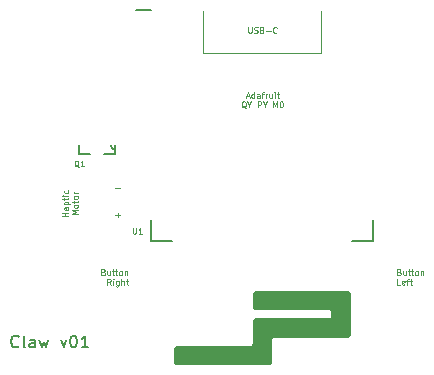
<source format=gbr>
%TF.GenerationSoftware,KiCad,Pcbnew,(6.0.9-0)*%
%TF.CreationDate,2022-12-16T11:10:40-08:00*%
%TF.ProjectId,trackball,74726163-6b62-4616-9c6c-2e6b69636164,v01*%
%TF.SameCoordinates,Original*%
%TF.FileFunction,Legend,Top*%
%TF.FilePolarity,Positive*%
%FSLAX46Y46*%
G04 Gerber Fmt 4.6, Leading zero omitted, Abs format (unit mm)*
G04 Created by KiCad (PCBNEW (6.0.9-0)) date 2022-12-16 11:10:40*
%MOMM*%
%LPD*%
G01*
G04 APERTURE LIST*
%ADD10C,0.100000*%
%ADD11C,0.150000*%
%ADD12C,0.200000*%
%ADD13C,0.120000*%
%ADD14C,0.152400*%
G04 APERTURE END LIST*
D10*
X143142857Y-129680833D02*
X143380952Y-129680833D01*
X143095238Y-129823690D02*
X143261904Y-129323690D01*
X143428571Y-129823690D01*
X143809523Y-129823690D02*
X143809523Y-129323690D01*
X143809523Y-129799880D02*
X143761904Y-129823690D01*
X143666666Y-129823690D01*
X143619047Y-129799880D01*
X143595238Y-129776071D01*
X143571428Y-129728452D01*
X143571428Y-129585595D01*
X143595238Y-129537976D01*
X143619047Y-129514166D01*
X143666666Y-129490357D01*
X143761904Y-129490357D01*
X143809523Y-129514166D01*
X144261904Y-129823690D02*
X144261904Y-129561785D01*
X144238095Y-129514166D01*
X144190476Y-129490357D01*
X144095238Y-129490357D01*
X144047619Y-129514166D01*
X144261904Y-129799880D02*
X144214285Y-129823690D01*
X144095238Y-129823690D01*
X144047619Y-129799880D01*
X144023809Y-129752261D01*
X144023809Y-129704642D01*
X144047619Y-129657023D01*
X144095238Y-129633214D01*
X144214285Y-129633214D01*
X144261904Y-129609404D01*
X144428571Y-129490357D02*
X144619047Y-129490357D01*
X144500000Y-129823690D02*
X144500000Y-129395119D01*
X144523809Y-129347500D01*
X144571428Y-129323690D01*
X144619047Y-129323690D01*
X144785714Y-129823690D02*
X144785714Y-129490357D01*
X144785714Y-129585595D02*
X144809523Y-129537976D01*
X144833333Y-129514166D01*
X144880952Y-129490357D01*
X144928571Y-129490357D01*
X145309523Y-129490357D02*
X145309523Y-129823690D01*
X145095238Y-129490357D02*
X145095238Y-129752261D01*
X145119047Y-129799880D01*
X145166666Y-129823690D01*
X145238095Y-129823690D01*
X145285714Y-129799880D01*
X145309523Y-129776071D01*
X145547619Y-129823690D02*
X145547619Y-129490357D01*
X145547619Y-129323690D02*
X145523809Y-129347500D01*
X145547619Y-129371309D01*
X145571428Y-129347500D01*
X145547619Y-129323690D01*
X145547619Y-129371309D01*
X145714285Y-129490357D02*
X145904761Y-129490357D01*
X145785714Y-129323690D02*
X145785714Y-129752261D01*
X145809523Y-129799880D01*
X145857142Y-129823690D01*
X145904761Y-129823690D01*
X143107142Y-130676309D02*
X143059523Y-130652500D01*
X143011904Y-130604880D01*
X142940476Y-130533452D01*
X142892857Y-130509642D01*
X142845238Y-130509642D01*
X142869047Y-130628690D02*
X142821428Y-130604880D01*
X142773809Y-130557261D01*
X142750000Y-130462023D01*
X142750000Y-130295357D01*
X142773809Y-130200119D01*
X142821428Y-130152500D01*
X142869047Y-130128690D01*
X142964285Y-130128690D01*
X143011904Y-130152500D01*
X143059523Y-130200119D01*
X143083333Y-130295357D01*
X143083333Y-130462023D01*
X143059523Y-130557261D01*
X143011904Y-130604880D01*
X142964285Y-130628690D01*
X142869047Y-130628690D01*
X143392857Y-130390595D02*
X143392857Y-130628690D01*
X143226190Y-130128690D02*
X143392857Y-130390595D01*
X143559523Y-130128690D01*
X144107142Y-130628690D02*
X144107142Y-130128690D01*
X144297619Y-130128690D01*
X144345238Y-130152500D01*
X144369047Y-130176309D01*
X144392857Y-130223928D01*
X144392857Y-130295357D01*
X144369047Y-130342976D01*
X144345238Y-130366785D01*
X144297619Y-130390595D01*
X144107142Y-130390595D01*
X144702380Y-130390595D02*
X144702380Y-130628690D01*
X144535714Y-130128690D02*
X144702380Y-130390595D01*
X144869047Y-130128690D01*
X145416666Y-130628690D02*
X145416666Y-130128690D01*
X145583333Y-130485833D01*
X145750000Y-130128690D01*
X145750000Y-130628690D01*
X146083333Y-130128690D02*
X146130952Y-130128690D01*
X146178571Y-130152500D01*
X146202380Y-130176309D01*
X146226190Y-130223928D01*
X146250000Y-130319166D01*
X146250000Y-130438214D01*
X146226190Y-130533452D01*
X146202380Y-130581071D01*
X146178571Y-130604880D01*
X146130952Y-130628690D01*
X146083333Y-130628690D01*
X146035714Y-130604880D01*
X146011904Y-130581071D01*
X145988095Y-130533452D01*
X145964285Y-130438214D01*
X145964285Y-130319166D01*
X145988095Y-130223928D01*
X146011904Y-130176309D01*
X146035714Y-130152500D01*
X146083333Y-130128690D01*
X131042142Y-144561785D02*
X131113571Y-144585595D01*
X131137380Y-144609404D01*
X131161190Y-144657023D01*
X131161190Y-144728452D01*
X131137380Y-144776071D01*
X131113571Y-144799880D01*
X131065952Y-144823690D01*
X130875476Y-144823690D01*
X130875476Y-144323690D01*
X131042142Y-144323690D01*
X131089761Y-144347500D01*
X131113571Y-144371309D01*
X131137380Y-144418928D01*
X131137380Y-144466547D01*
X131113571Y-144514166D01*
X131089761Y-144537976D01*
X131042142Y-144561785D01*
X130875476Y-144561785D01*
X131589761Y-144490357D02*
X131589761Y-144823690D01*
X131375476Y-144490357D02*
X131375476Y-144752261D01*
X131399285Y-144799880D01*
X131446904Y-144823690D01*
X131518333Y-144823690D01*
X131565952Y-144799880D01*
X131589761Y-144776071D01*
X131756428Y-144490357D02*
X131946904Y-144490357D01*
X131827857Y-144323690D02*
X131827857Y-144752261D01*
X131851666Y-144799880D01*
X131899285Y-144823690D01*
X131946904Y-144823690D01*
X132042142Y-144490357D02*
X132232619Y-144490357D01*
X132113571Y-144323690D02*
X132113571Y-144752261D01*
X132137380Y-144799880D01*
X132185000Y-144823690D01*
X132232619Y-144823690D01*
X132470714Y-144823690D02*
X132423095Y-144799880D01*
X132399285Y-144776071D01*
X132375476Y-144728452D01*
X132375476Y-144585595D01*
X132399285Y-144537976D01*
X132423095Y-144514166D01*
X132470714Y-144490357D01*
X132542142Y-144490357D01*
X132589761Y-144514166D01*
X132613571Y-144537976D01*
X132637380Y-144585595D01*
X132637380Y-144728452D01*
X132613571Y-144776071D01*
X132589761Y-144799880D01*
X132542142Y-144823690D01*
X132470714Y-144823690D01*
X132851666Y-144490357D02*
X132851666Y-144823690D01*
X132851666Y-144537976D02*
X132875476Y-144514166D01*
X132923095Y-144490357D01*
X132994523Y-144490357D01*
X133042142Y-144514166D01*
X133065952Y-144561785D01*
X133065952Y-144823690D01*
X131661190Y-145628690D02*
X131494523Y-145390595D01*
X131375476Y-145628690D02*
X131375476Y-145128690D01*
X131565952Y-145128690D01*
X131613571Y-145152500D01*
X131637380Y-145176309D01*
X131661190Y-145223928D01*
X131661190Y-145295357D01*
X131637380Y-145342976D01*
X131613571Y-145366785D01*
X131565952Y-145390595D01*
X131375476Y-145390595D01*
X131875476Y-145628690D02*
X131875476Y-145295357D01*
X131875476Y-145128690D02*
X131851666Y-145152500D01*
X131875476Y-145176309D01*
X131899285Y-145152500D01*
X131875476Y-145128690D01*
X131875476Y-145176309D01*
X132327857Y-145295357D02*
X132327857Y-145700119D01*
X132304047Y-145747738D01*
X132280238Y-145771547D01*
X132232619Y-145795357D01*
X132161190Y-145795357D01*
X132113571Y-145771547D01*
X132327857Y-145604880D02*
X132280238Y-145628690D01*
X132185000Y-145628690D01*
X132137380Y-145604880D01*
X132113571Y-145581071D01*
X132089761Y-145533452D01*
X132089761Y-145390595D01*
X132113571Y-145342976D01*
X132137380Y-145319166D01*
X132185000Y-145295357D01*
X132280238Y-145295357D01*
X132327857Y-145319166D01*
X132565952Y-145628690D02*
X132565952Y-145128690D01*
X132780238Y-145628690D02*
X132780238Y-145366785D01*
X132756428Y-145319166D01*
X132708809Y-145295357D01*
X132637380Y-145295357D01*
X132589761Y-145319166D01*
X132565952Y-145342976D01*
X132946904Y-145295357D02*
X133137380Y-145295357D01*
X133018333Y-145128690D02*
X133018333Y-145557261D01*
X133042142Y-145604880D01*
X133089761Y-145628690D01*
X133137380Y-145628690D01*
X156100714Y-144561785D02*
X156172142Y-144585595D01*
X156195952Y-144609404D01*
X156219761Y-144657023D01*
X156219761Y-144728452D01*
X156195952Y-144776071D01*
X156172142Y-144799880D01*
X156124523Y-144823690D01*
X155934047Y-144823690D01*
X155934047Y-144323690D01*
X156100714Y-144323690D01*
X156148333Y-144347500D01*
X156172142Y-144371309D01*
X156195952Y-144418928D01*
X156195952Y-144466547D01*
X156172142Y-144514166D01*
X156148333Y-144537976D01*
X156100714Y-144561785D01*
X155934047Y-144561785D01*
X156648333Y-144490357D02*
X156648333Y-144823690D01*
X156434047Y-144490357D02*
X156434047Y-144752261D01*
X156457857Y-144799880D01*
X156505476Y-144823690D01*
X156576904Y-144823690D01*
X156624523Y-144799880D01*
X156648333Y-144776071D01*
X156815000Y-144490357D02*
X157005476Y-144490357D01*
X156886428Y-144323690D02*
X156886428Y-144752261D01*
X156910238Y-144799880D01*
X156957857Y-144823690D01*
X157005476Y-144823690D01*
X157100714Y-144490357D02*
X157291190Y-144490357D01*
X157172142Y-144323690D02*
X157172142Y-144752261D01*
X157195952Y-144799880D01*
X157243571Y-144823690D01*
X157291190Y-144823690D01*
X157529285Y-144823690D02*
X157481666Y-144799880D01*
X157457857Y-144776071D01*
X157434047Y-144728452D01*
X157434047Y-144585595D01*
X157457857Y-144537976D01*
X157481666Y-144514166D01*
X157529285Y-144490357D01*
X157600714Y-144490357D01*
X157648333Y-144514166D01*
X157672142Y-144537976D01*
X157695952Y-144585595D01*
X157695952Y-144728452D01*
X157672142Y-144776071D01*
X157648333Y-144799880D01*
X157600714Y-144823690D01*
X157529285Y-144823690D01*
X157910238Y-144490357D02*
X157910238Y-144823690D01*
X157910238Y-144537976D02*
X157934047Y-144514166D01*
X157981666Y-144490357D01*
X158053095Y-144490357D01*
X158100714Y-144514166D01*
X158124523Y-144561785D01*
X158124523Y-144823690D01*
X156172142Y-145628690D02*
X155934047Y-145628690D01*
X155934047Y-145128690D01*
X156529285Y-145604880D02*
X156481666Y-145628690D01*
X156386428Y-145628690D01*
X156338809Y-145604880D01*
X156315000Y-145557261D01*
X156315000Y-145366785D01*
X156338809Y-145319166D01*
X156386428Y-145295357D01*
X156481666Y-145295357D01*
X156529285Y-145319166D01*
X156553095Y-145366785D01*
X156553095Y-145414404D01*
X156315000Y-145462023D01*
X156695952Y-145295357D02*
X156886428Y-145295357D01*
X156767380Y-145628690D02*
X156767380Y-145200119D01*
X156791190Y-145152500D01*
X156838809Y-145128690D01*
X156886428Y-145128690D01*
X156981666Y-145295357D02*
X157172142Y-145295357D01*
X157053095Y-145128690D02*
X157053095Y-145557261D01*
X157076904Y-145604880D01*
X157124523Y-145628690D01*
X157172142Y-145628690D01*
X128073690Y-139821428D02*
X127573690Y-139821428D01*
X127811785Y-139821428D02*
X127811785Y-139535714D01*
X128073690Y-139535714D02*
X127573690Y-139535714D01*
X128073690Y-139083333D02*
X127811785Y-139083333D01*
X127764166Y-139107142D01*
X127740357Y-139154761D01*
X127740357Y-139250000D01*
X127764166Y-139297619D01*
X128049880Y-139083333D02*
X128073690Y-139130952D01*
X128073690Y-139250000D01*
X128049880Y-139297619D01*
X128002261Y-139321428D01*
X127954642Y-139321428D01*
X127907023Y-139297619D01*
X127883214Y-139250000D01*
X127883214Y-139130952D01*
X127859404Y-139083333D01*
X127740357Y-138845238D02*
X128240357Y-138845238D01*
X127764166Y-138845238D02*
X127740357Y-138797619D01*
X127740357Y-138702380D01*
X127764166Y-138654761D01*
X127787976Y-138630952D01*
X127835595Y-138607142D01*
X127978452Y-138607142D01*
X128026071Y-138630952D01*
X128049880Y-138654761D01*
X128073690Y-138702380D01*
X128073690Y-138797619D01*
X128049880Y-138845238D01*
X127740357Y-138464285D02*
X127740357Y-138273809D01*
X127573690Y-138392857D02*
X128002261Y-138392857D01*
X128049880Y-138369047D01*
X128073690Y-138321428D01*
X128073690Y-138273809D01*
X128073690Y-138107142D02*
X127740357Y-138107142D01*
X127573690Y-138107142D02*
X127597500Y-138130952D01*
X127621309Y-138107142D01*
X127597500Y-138083333D01*
X127573690Y-138107142D01*
X127621309Y-138107142D01*
X128049880Y-137654761D02*
X128073690Y-137702380D01*
X128073690Y-137797619D01*
X128049880Y-137845238D01*
X128026071Y-137869047D01*
X127978452Y-137892857D01*
X127835595Y-137892857D01*
X127787976Y-137869047D01*
X127764166Y-137845238D01*
X127740357Y-137797619D01*
X127740357Y-137702380D01*
X127764166Y-137654761D01*
X128878690Y-139666666D02*
X128378690Y-139666666D01*
X128735833Y-139500000D01*
X128378690Y-139333333D01*
X128878690Y-139333333D01*
X128878690Y-139023809D02*
X128854880Y-139071428D01*
X128831071Y-139095238D01*
X128783452Y-139119047D01*
X128640595Y-139119047D01*
X128592976Y-139095238D01*
X128569166Y-139071428D01*
X128545357Y-139023809D01*
X128545357Y-138952380D01*
X128569166Y-138904761D01*
X128592976Y-138880952D01*
X128640595Y-138857142D01*
X128783452Y-138857142D01*
X128831071Y-138880952D01*
X128854880Y-138904761D01*
X128878690Y-138952380D01*
X128878690Y-139023809D01*
X128545357Y-138714285D02*
X128545357Y-138523809D01*
X128378690Y-138642857D02*
X128807261Y-138642857D01*
X128854880Y-138619047D01*
X128878690Y-138571428D01*
X128878690Y-138523809D01*
X128878690Y-138285714D02*
X128854880Y-138333333D01*
X128831071Y-138357142D01*
X128783452Y-138380952D01*
X128640595Y-138380952D01*
X128592976Y-138357142D01*
X128569166Y-138333333D01*
X128545357Y-138285714D01*
X128545357Y-138214285D01*
X128569166Y-138166666D01*
X128592976Y-138142857D01*
X128640595Y-138119047D01*
X128783452Y-138119047D01*
X128831071Y-138142857D01*
X128854880Y-138166666D01*
X128878690Y-138214285D01*
X128878690Y-138285714D01*
X128878690Y-137904761D02*
X128545357Y-137904761D01*
X128640595Y-137904761D02*
X128592976Y-137880952D01*
X128569166Y-137857142D01*
X128545357Y-137809523D01*
X128545357Y-137761904D01*
X143309523Y-123826190D02*
X143309523Y-124230952D01*
X143333333Y-124278571D01*
X143357142Y-124302380D01*
X143404761Y-124326190D01*
X143500000Y-124326190D01*
X143547619Y-124302380D01*
X143571428Y-124278571D01*
X143595238Y-124230952D01*
X143595238Y-123826190D01*
X143809523Y-124302380D02*
X143880952Y-124326190D01*
X144000000Y-124326190D01*
X144047619Y-124302380D01*
X144071428Y-124278571D01*
X144095238Y-124230952D01*
X144095238Y-124183333D01*
X144071428Y-124135714D01*
X144047619Y-124111904D01*
X144000000Y-124088095D01*
X143904761Y-124064285D01*
X143857142Y-124040476D01*
X143833333Y-124016666D01*
X143809523Y-123969047D01*
X143809523Y-123921428D01*
X143833333Y-123873809D01*
X143857142Y-123850000D01*
X143904761Y-123826190D01*
X144023809Y-123826190D01*
X144095238Y-123850000D01*
X144476190Y-124064285D02*
X144547619Y-124088095D01*
X144571428Y-124111904D01*
X144595238Y-124159523D01*
X144595238Y-124230952D01*
X144571428Y-124278571D01*
X144547619Y-124302380D01*
X144500000Y-124326190D01*
X144309523Y-124326190D01*
X144309523Y-123826190D01*
X144476190Y-123826190D01*
X144523809Y-123850000D01*
X144547619Y-123873809D01*
X144571428Y-123921428D01*
X144571428Y-123969047D01*
X144547619Y-124016666D01*
X144523809Y-124040476D01*
X144476190Y-124064285D01*
X144309523Y-124064285D01*
X144809523Y-124135714D02*
X145190476Y-124135714D01*
X145714285Y-124278571D02*
X145690476Y-124302380D01*
X145619047Y-124326190D01*
X145571428Y-124326190D01*
X145500000Y-124302380D01*
X145452380Y-124254761D01*
X145428571Y-124207142D01*
X145404761Y-124111904D01*
X145404761Y-124040476D01*
X145428571Y-123945238D01*
X145452380Y-123897619D01*
X145500000Y-123850000D01*
X145571428Y-123826190D01*
X145619047Y-123826190D01*
X145690476Y-123850000D01*
X145714285Y-123873809D01*
D11*
X123857142Y-150857142D02*
X123809523Y-150904761D01*
X123666666Y-150952380D01*
X123571428Y-150952380D01*
X123428571Y-150904761D01*
X123333333Y-150809523D01*
X123285714Y-150714285D01*
X123238095Y-150523809D01*
X123238095Y-150380952D01*
X123285714Y-150190476D01*
X123333333Y-150095238D01*
X123428571Y-150000000D01*
X123571428Y-149952380D01*
X123666666Y-149952380D01*
X123809523Y-150000000D01*
X123857142Y-150047619D01*
X124428571Y-150952380D02*
X124333333Y-150904761D01*
X124285714Y-150809523D01*
X124285714Y-149952380D01*
X125238095Y-150952380D02*
X125238095Y-150428571D01*
X125190476Y-150333333D01*
X125095238Y-150285714D01*
X124904761Y-150285714D01*
X124809523Y-150333333D01*
X125238095Y-150904761D02*
X125142857Y-150952380D01*
X124904761Y-150952380D01*
X124809523Y-150904761D01*
X124761904Y-150809523D01*
X124761904Y-150714285D01*
X124809523Y-150619047D01*
X124904761Y-150571428D01*
X125142857Y-150571428D01*
X125238095Y-150523809D01*
X125619047Y-150285714D02*
X125809523Y-150952380D01*
X126000000Y-150476190D01*
X126190476Y-150952380D01*
X126380952Y-150285714D01*
X127428571Y-150285714D02*
X127666666Y-150952380D01*
X127904761Y-150285714D01*
X128476190Y-149952380D02*
X128571428Y-149952380D01*
X128666666Y-150000000D01*
X128714285Y-150047619D01*
X128761904Y-150142857D01*
X128809523Y-150333333D01*
X128809523Y-150571428D01*
X128761904Y-150761904D01*
X128714285Y-150857142D01*
X128666666Y-150904761D01*
X128571428Y-150952380D01*
X128476190Y-150952380D01*
X128380952Y-150904761D01*
X128333333Y-150857142D01*
X128285714Y-150761904D01*
X128238095Y-150571428D01*
X128238095Y-150333333D01*
X128285714Y-150142857D01*
X128333333Y-150047619D01*
X128380952Y-150000000D01*
X128476190Y-149952380D01*
X129761904Y-150952380D02*
X129190476Y-150952380D01*
X129476190Y-150952380D02*
X129476190Y-149952380D01*
X129380952Y-150095238D01*
X129285714Y-150190476D01*
X129190476Y-150238095D01*
D10*
%TO.C,U1*%
X133519047Y-140826190D02*
X133519047Y-141230952D01*
X133542857Y-141278571D01*
X133566666Y-141302380D01*
X133614285Y-141326190D01*
X133709523Y-141326190D01*
X133757142Y-141302380D01*
X133780952Y-141278571D01*
X133804761Y-141230952D01*
X133804761Y-140826190D01*
X134304761Y-141326190D02*
X134019047Y-141326190D01*
X134161904Y-141326190D02*
X134161904Y-140826190D01*
X134114285Y-140897619D01*
X134066666Y-140945238D01*
X134019047Y-140969047D01*
%TO.C,Q1*%
X128952380Y-135673809D02*
X128904761Y-135650000D01*
X128857142Y-135602380D01*
X128785714Y-135530952D01*
X128738095Y-135507142D01*
X128690476Y-135507142D01*
X128714285Y-135626190D02*
X128666666Y-135602380D01*
X128619047Y-135554761D01*
X128595238Y-135459523D01*
X128595238Y-135292857D01*
X128619047Y-135197619D01*
X128666666Y-135150000D01*
X128714285Y-135126190D01*
X128809523Y-135126190D01*
X128857142Y-135150000D01*
X128904761Y-135197619D01*
X128928571Y-135292857D01*
X128928571Y-135459523D01*
X128904761Y-135554761D01*
X128857142Y-135602380D01*
X128809523Y-135626190D01*
X128714285Y-135626190D01*
X129404761Y-135626190D02*
X129119047Y-135626190D01*
X129261904Y-135626190D02*
X129261904Y-135126190D01*
X129214285Y-135197619D01*
X129166666Y-135245238D01*
X129119047Y-135269047D01*
%TO.C,+*%
X132059523Y-139735714D02*
X132440476Y-139735714D01*
X132250000Y-139926190D02*
X132250000Y-139545238D01*
%TO.C,-*%
X132059523Y-137435714D02*
X132440476Y-137435714D01*
D12*
%TO.C,U1*%
X136880000Y-141922000D02*
X135102000Y-141922000D01*
X153898000Y-141922000D02*
X152120000Y-141922000D01*
D13*
X149500000Y-126000000D02*
X139500000Y-126000000D01*
D12*
X153898000Y-140144000D02*
X153898000Y-141922000D01*
D13*
X139500000Y-126000000D02*
X139500000Y-122500000D01*
D12*
X135102000Y-122364000D02*
X133832000Y-122364000D01*
X135102000Y-141922000D02*
X135102000Y-140144000D01*
D13*
X149500000Y-122500000D02*
X149500000Y-126000000D01*
D14*
%TO.C,Q1*%
X131109600Y-134611200D02*
X131998600Y-134611200D01*
X131998600Y-134204800D02*
X131998600Y-133798400D01*
X129001400Y-134611200D02*
X129890400Y-134611200D01*
X129001400Y-133798400D02*
X129001400Y-134611200D01*
X131998600Y-134611200D02*
X131998600Y-134204800D01*
X131693800Y-133874600D02*
G75*
G03*
X131998600Y-134204800I303685J-25452D01*
G01*
%TO.C,G\u002A\u002A\u002A*%
G36*
X147849973Y-146161356D02*
G01*
X151761355Y-146163063D01*
X151812343Y-146188900D01*
X151875027Y-146227259D01*
X151923072Y-146273057D01*
X151961957Y-146331573D01*
X151963634Y-146334692D01*
X151995579Y-146394628D01*
X151995579Y-148140774D01*
X151995577Y-148361014D01*
X151995564Y-148561935D01*
X151995529Y-148744448D01*
X151995461Y-148909465D01*
X151995350Y-149057898D01*
X151995185Y-149190657D01*
X151994957Y-149308656D01*
X151994653Y-149412805D01*
X151994264Y-149504016D01*
X151993779Y-149583201D01*
X151993187Y-149651272D01*
X151992478Y-149709139D01*
X151991641Y-149757715D01*
X151990666Y-149797912D01*
X151989542Y-149830640D01*
X151988258Y-149856812D01*
X151986804Y-149877340D01*
X151985169Y-149893134D01*
X151983343Y-149905106D01*
X151981315Y-149914169D01*
X151979074Y-149921234D01*
X151976610Y-149927212D01*
X151974776Y-149931177D01*
X151933805Y-149997944D01*
X151878822Y-150052007D01*
X151811810Y-150093532D01*
X151739974Y-150129471D01*
X148608059Y-150130182D01*
X148307612Y-150130280D01*
X148020016Y-150130434D01*
X147745684Y-150130644D01*
X147485028Y-150130906D01*
X147238461Y-150131221D01*
X147006394Y-150131587D01*
X146789240Y-150132003D01*
X146587412Y-150132466D01*
X146401321Y-150132977D01*
X146231380Y-150133533D01*
X146078001Y-150134133D01*
X145941597Y-150134776D01*
X145822579Y-150135461D01*
X145721360Y-150136185D01*
X145638352Y-150136949D01*
X145573968Y-150137750D01*
X145528620Y-150138587D01*
X145502719Y-150139459D01*
X145496376Y-150140272D01*
X145506003Y-150145852D01*
X145497960Y-150146130D01*
X145484470Y-150143977D01*
X145442358Y-150146516D01*
X145400935Y-150168163D01*
X145362869Y-150207060D01*
X145334528Y-150244208D01*
X145332032Y-151044128D01*
X145331480Y-151223234D01*
X145330980Y-151383235D01*
X145330501Y-151525257D01*
X145330010Y-151650425D01*
X145329476Y-151759866D01*
X145328866Y-151854705D01*
X145328147Y-151936068D01*
X145327289Y-152005081D01*
X145326259Y-152062869D01*
X145325023Y-152110558D01*
X145323552Y-152149274D01*
X145321811Y-152180143D01*
X145319769Y-152204291D01*
X145317395Y-152222843D01*
X145314655Y-152236926D01*
X145311517Y-152247664D01*
X145307950Y-152256184D01*
X145303921Y-152263611D01*
X145299398Y-152271072D01*
X145296855Y-152275313D01*
X145261969Y-152322953D01*
X145216400Y-152368807D01*
X145166483Y-152407263D01*
X145119515Y-152432343D01*
X145114810Y-152433981D01*
X145108981Y-152435521D01*
X145101410Y-152436965D01*
X145091479Y-152438317D01*
X145078571Y-152439580D01*
X145062069Y-152440757D01*
X145041354Y-152441851D01*
X145015810Y-152442865D01*
X144984818Y-152443804D01*
X144947761Y-152444669D01*
X144904021Y-152445463D01*
X144852981Y-152446191D01*
X144794023Y-152446855D01*
X144726529Y-152447459D01*
X144649882Y-152448005D01*
X144563465Y-152448497D01*
X144466659Y-152448938D01*
X144358847Y-152449331D01*
X144239412Y-152449679D01*
X144107735Y-152449986D01*
X143963200Y-152450254D01*
X143805189Y-152450487D01*
X143633083Y-152450687D01*
X143446266Y-152450859D01*
X143244120Y-152451005D01*
X143026026Y-152451129D01*
X142791369Y-152451233D01*
X142539529Y-152451321D01*
X142269890Y-152451396D01*
X141981834Y-152451461D01*
X141674742Y-152451519D01*
X141369255Y-152451570D01*
X141094370Y-152451598D01*
X140823574Y-152451596D01*
X140557632Y-152451563D01*
X140297310Y-152451502D01*
X140043373Y-152451412D01*
X139796589Y-152451295D01*
X139557722Y-152451152D01*
X139327538Y-152450984D01*
X139106803Y-152450792D01*
X138896283Y-152450576D01*
X138696744Y-152450339D01*
X138508952Y-152450080D01*
X138333672Y-152449801D01*
X138171669Y-152449503D01*
X138023711Y-152449187D01*
X137890562Y-152448853D01*
X137772989Y-152448503D01*
X137671758Y-152448138D01*
X137587633Y-152447759D01*
X137521381Y-152447367D01*
X137473768Y-152446962D01*
X137445559Y-152446545D01*
X137444177Y-152446512D01*
X137221369Y-152440861D01*
X137168809Y-152407110D01*
X137100112Y-152352558D01*
X137049013Y-152288312D01*
X137030778Y-152254238D01*
X137026251Y-152243982D01*
X137022416Y-152233243D01*
X137019214Y-152220346D01*
X137016590Y-152203619D01*
X137014485Y-152181387D01*
X137012842Y-152151977D01*
X137011604Y-152113714D01*
X137010714Y-152064925D01*
X137010115Y-152003937D01*
X137009749Y-151929075D01*
X137009559Y-151838666D01*
X137009488Y-151731037D01*
X137009478Y-151631621D01*
X137009496Y-151509025D01*
X137009589Y-151404987D01*
X137009812Y-151317835D01*
X137010223Y-151245897D01*
X137010880Y-151187500D01*
X137011838Y-151140971D01*
X137013154Y-151104637D01*
X137014886Y-151076828D01*
X137017091Y-151055869D01*
X137019825Y-151040088D01*
X137023144Y-151027814D01*
X137027107Y-151017372D01*
X137030638Y-151009519D01*
X137068582Y-150947521D01*
X137119664Y-150892354D01*
X137178779Y-150848745D01*
X137230039Y-150824799D01*
X137240571Y-150823630D01*
X137265397Y-150822505D01*
X137304835Y-150821422D01*
X137359202Y-150820378D01*
X137428815Y-150819374D01*
X137513993Y-150818405D01*
X137615053Y-150817472D01*
X137732312Y-150816573D01*
X137866088Y-150815705D01*
X138016697Y-150814867D01*
X138184459Y-150814058D01*
X138369690Y-150813275D01*
X138572707Y-150812517D01*
X138793829Y-150811783D01*
X139033373Y-150811070D01*
X139291655Y-150810377D01*
X139568995Y-150809702D01*
X139865709Y-150809044D01*
X140182114Y-150808401D01*
X140414935Y-150807960D01*
X143567504Y-150802151D01*
X143606372Y-150770885D01*
X143617636Y-150762259D01*
X143627608Y-150754774D01*
X143636371Y-150747216D01*
X143644011Y-150738368D01*
X143650611Y-150727017D01*
X143656255Y-150711945D01*
X143661029Y-150691937D01*
X143665015Y-150665779D01*
X143668300Y-150632253D01*
X143670965Y-150590145D01*
X143673097Y-150538239D01*
X143674779Y-150475320D01*
X143676096Y-150400172D01*
X143677132Y-150311579D01*
X143677970Y-150208326D01*
X143678696Y-150089198D01*
X143679394Y-149952978D01*
X143680147Y-149798452D01*
X143680645Y-149699562D01*
X143685703Y-148718360D01*
X143715708Y-148664187D01*
X143755698Y-148607730D01*
X143808972Y-148554996D01*
X143868776Y-148512513D01*
X143877897Y-148507425D01*
X143918359Y-148485703D01*
X147081041Y-148480646D01*
X150243723Y-148475588D01*
X150281716Y-148444837D01*
X150302072Y-148426738D01*
X150317783Y-148407603D01*
X150329389Y-148384668D01*
X150337428Y-148355174D01*
X150342438Y-148316359D01*
X150344957Y-148265462D01*
X150345525Y-148199723D01*
X150344755Y-148121546D01*
X150343620Y-148050376D01*
X150342338Y-147996484D01*
X150340598Y-147956920D01*
X150338091Y-147928732D01*
X150334508Y-147908968D01*
X150329540Y-147894676D01*
X150322878Y-147882905D01*
X150319198Y-147877580D01*
X150295855Y-147850510D01*
X150269978Y-147827941D01*
X150268621Y-147827002D01*
X150265549Y-147825194D01*
X150261399Y-147823502D01*
X150255505Y-147821922D01*
X150247199Y-147820447D01*
X150235816Y-147819073D01*
X150220688Y-147817795D01*
X150201150Y-147816607D01*
X150176533Y-147815506D01*
X150146173Y-147814485D01*
X150109402Y-147813540D01*
X150065554Y-147812666D01*
X150013962Y-147811857D01*
X149953960Y-147811109D01*
X149884881Y-147810417D01*
X149806058Y-147809775D01*
X149716825Y-147809178D01*
X149616516Y-147808622D01*
X149504463Y-147808101D01*
X149380001Y-147807611D01*
X149242462Y-147807146D01*
X149091180Y-147806701D01*
X148925489Y-147806271D01*
X148744721Y-147805851D01*
X148548211Y-147805437D01*
X148335291Y-147805022D01*
X148105296Y-147804603D01*
X147857559Y-147804173D01*
X147591412Y-147803729D01*
X147306190Y-147803264D01*
X147084508Y-147802908D01*
X143928475Y-147797850D01*
X143881313Y-147774617D01*
X143809748Y-147728858D01*
X143750590Y-147669304D01*
X143710494Y-147606177D01*
X143678906Y-147542013D01*
X143682304Y-146971962D01*
X143685703Y-146401912D01*
X143713822Y-146344653D01*
X143757593Y-146278165D01*
X143817511Y-146223367D01*
X143881741Y-146186050D01*
X143938590Y-146159649D01*
X147849973Y-146161356D01*
G37*
%TD*%
M02*

</source>
